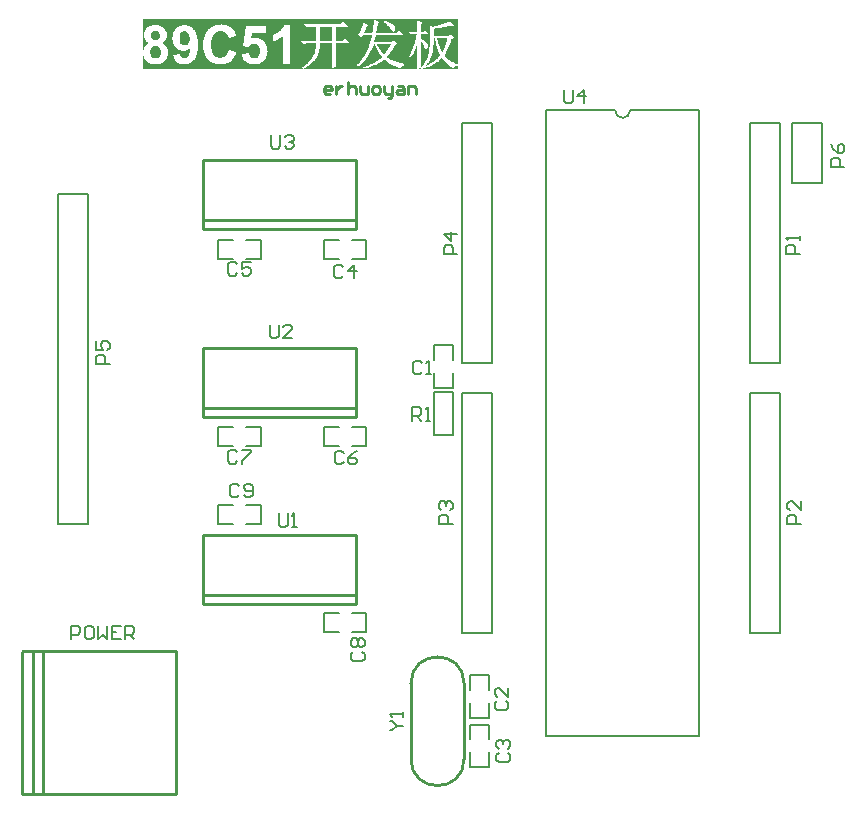
<source format=gto>
G04 Layer_Color=65535*
%FSLAX24Y24*%
%MOIN*%
G70*
G01*
G75*
%ADD12C,0.0100*%
%ADD20C,0.0079*%
%ADD21C,0.0059*%
%ADD22C,0.0060*%
G36*
X14170Y27895D02*
X14157Y27845D01*
X14142Y27797D01*
X14127Y27753D01*
X14114Y27710D01*
X14099Y27671D01*
X14085Y27634D01*
X14072Y27601D01*
X14059Y27571D01*
X14048Y27545D01*
X14037Y27523D01*
X14029Y27505D01*
X14022Y27490D01*
X14016Y27479D01*
X14012Y27471D01*
X14011Y27469D01*
X13970Y27549D01*
X13937Y27630D01*
X13905Y27710D01*
X13892Y27749D01*
X13881Y27786D01*
X13872Y27819D01*
X13863Y27851D01*
X13855Y27879D01*
X13848Y27901D01*
X13842Y27921D01*
X13840Y27934D01*
X13837Y27943D01*
Y27947D01*
X14183D01*
X14170Y27895D01*
D02*
G37*
G36*
X12254Y27669D02*
X12234Y27636D01*
X12215Y27605D01*
X12195Y27573D01*
X12178Y27545D01*
X12160Y27519D01*
X12143Y27497D01*
X12128Y27475D01*
X12115Y27457D01*
X12102Y27440D01*
X12093Y27427D01*
X12084Y27416D01*
X12078Y27408D01*
X12074Y27403D01*
X12073Y27401D01*
X12023Y27458D01*
X11978Y27518D01*
X11937Y27573D01*
X11900Y27627D01*
X11886Y27651D01*
X11871Y27673D01*
X11860Y27692D01*
X11849Y27710D01*
X11841Y27723D01*
X11836Y27732D01*
X11832Y27740D01*
X11830Y27742D01*
X12295D01*
X12254Y27669D01*
D02*
G37*
G36*
X4478Y27677D02*
X4504Y27669D01*
X4526Y27662D01*
X4545Y27651D01*
X4559Y27642D01*
X4570Y27632D01*
X4578Y27625D01*
X4580Y27623D01*
X4596Y27601D01*
X4609Y27577D01*
X4619Y27553D01*
X4626Y27529D01*
X4630Y27508D01*
X4632Y27492D01*
Y27481D01*
Y27479D01*
Y27477D01*
X4630Y27440D01*
X4624Y27408D01*
X4615Y27381D01*
X4606Y27358D01*
X4596Y27340D01*
X4587Y27329D01*
X4582Y27320D01*
X4580Y27318D01*
X4559Y27299D01*
X4539Y27286D01*
X4519Y27277D01*
X4498Y27271D01*
X4480Y27268D01*
X4467Y27264D01*
X4454D01*
X4426Y27266D01*
X4400Y27273D01*
X4378Y27283D01*
X4359Y27292D01*
X4345Y27303D01*
X4334Y27310D01*
X4326Y27318D01*
X4324Y27320D01*
X4308Y27344D01*
X4295Y27369D01*
X4285Y27395D01*
X4280Y27421D01*
X4276Y27445D01*
X4272Y27464D01*
Y27471D01*
Y27477D01*
Y27479D01*
Y27481D01*
X4274Y27506D01*
X4280Y27532D01*
X4285Y27555D01*
X4295Y27575D01*
X4302Y27592D01*
X4308Y27605D01*
X4313Y27612D01*
X4315Y27616D01*
X4334Y27636D01*
X4356Y27653D01*
X4378Y27664D01*
X4400Y27671D01*
X4419Y27675D01*
X4435Y27679D01*
X4450D01*
X4478Y27677D01*
D02*
G37*
G36*
X4472Y28182D02*
X4495Y28177D01*
X4513Y28171D01*
X4530Y28164D01*
X4543Y28154D01*
X4552Y28149D01*
X4558Y28143D01*
X4559Y28141D01*
X4574Y28125D01*
X4583Y28106D01*
X4591Y28088D01*
X4596Y28069D01*
X4600Y28054D01*
X4602Y28041D01*
Y28034D01*
Y28030D01*
X4600Y28004D01*
X4595Y27980D01*
X4589Y27962D01*
X4582Y27945D01*
X4572Y27930D01*
X4567Y27921D01*
X4561Y27916D01*
X4559Y27914D01*
X4543Y27901D01*
X4524Y27890D01*
X4506Y27882D01*
X4487Y27879D01*
X4471Y27875D01*
X4458Y27873D01*
X4446D01*
X4422Y27875D01*
X4400Y27879D01*
X4382Y27886D01*
X4365Y27893D01*
X4352Y27901D01*
X4343Y27908D01*
X4337Y27912D01*
X4335Y27914D01*
X4322Y27930D01*
X4311Y27949D01*
X4304Y27967D01*
X4300Y27986D01*
X4297Y28003D01*
X4295Y28015D01*
Y28025D01*
Y28028D01*
X4297Y28054D01*
X4300Y28077D01*
X4308Y28095D01*
X4315Y28112D01*
X4322Y28125D01*
X4330Y28134D01*
X4334Y28140D01*
X4335Y28141D01*
X4352Y28156D01*
X4371Y28165D01*
X4389Y28173D01*
X4408Y28178D01*
X4424Y28182D01*
X4437Y28184D01*
X4448D01*
X4472Y28182D01*
D02*
G37*
G36*
X14529Y27081D02*
X14479Y27094D01*
X14433Y27110D01*
X14388Y27131D01*
X14346Y27153D01*
X14305Y27177D01*
X14268Y27201D01*
X14235Y27225D01*
X14203Y27251D01*
X14173Y27275D01*
X14149Y27297D01*
X14127Y27320D01*
X14111Y27338D01*
X14096Y27353D01*
X14086Y27366D01*
X14079Y27373D01*
X14077Y27375D01*
X14101Y27408D01*
X14124Y27447D01*
X14148Y27488D01*
X14170Y27532D01*
X14210Y27621D01*
X14229Y27666D01*
X14246Y27710D01*
X14262Y27753D01*
X14277Y27792D01*
X14290Y27827D01*
X14299Y27856D01*
X14309Y27882D01*
X14314Y27901D01*
X14316Y27908D01*
X14318Y27914D01*
X14320Y27916D01*
Y27917D01*
X14392Y27967D01*
X14270Y28093D01*
X14194Y28023D01*
X13727D01*
Y28256D01*
X13779Y28265D01*
X13829Y28273D01*
X13875Y28280D01*
X13918Y28288D01*
X13957Y28293D01*
X13992Y28301D01*
X14024Y28306D01*
X14053Y28310D01*
X14079Y28315D01*
X14101Y28319D01*
X14120Y28323D01*
X14135Y28325D01*
X14148Y28326D01*
X14155Y28328D01*
X14161Y28330D01*
X14162D01*
X14207Y28339D01*
X14249Y28345D01*
X14286Y28351D01*
X14320Y28352D01*
X14347Y28354D01*
X14359Y28356D01*
X14384D01*
X14268Y28525D01*
X14207Y28491D01*
X14179Y28478D01*
X14155Y28465D01*
X14133Y28456D01*
X14116Y28449D01*
X14105Y28443D01*
X14103Y28441D01*
X14101D01*
X14083Y28434D01*
X14061Y28426D01*
X14033Y28417D01*
X14005Y28408D01*
X13974Y28399D01*
X13940Y28388D01*
X13874Y28369D01*
X13842Y28360D01*
X13813Y28352D01*
X13785Y28345D01*
X13761Y28338D01*
X13740Y28332D01*
X13724Y28328D01*
X13714Y28326D01*
X13711Y28325D01*
X13587Y28380D01*
X13589Y28280D01*
X13590Y28232D01*
Y28186D01*
X13592Y28140D01*
Y28097D01*
Y28058D01*
X13594Y28021D01*
Y27988D01*
Y27956D01*
Y27930D01*
Y27908D01*
Y27890D01*
Y27877D01*
Y27869D01*
Y27866D01*
X13592Y27777D01*
X13587Y27690D01*
X13583Y27649D01*
X13579Y27610D01*
X13574Y27573D01*
X13570Y27540D01*
X13566Y27508D01*
X13561Y27481D01*
X13557Y27457D01*
X13553Y27434D01*
X13550Y27418D01*
X13548Y27407D01*
X13546Y27397D01*
Y27395D01*
X13535Y27353D01*
X13522Y27312D01*
X13505Y27271D01*
X13489Y27233D01*
X13468Y27196D01*
X13448Y27160D01*
X13428Y27127D01*
X13405Y27096D01*
X13385Y27066D01*
X13366Y27042D01*
X13348Y27018D01*
X13331Y26999D01*
X13318Y26984D01*
X13316Y26982D01*
X13316Y26975D01*
Y26960D01*
X13307Y26957D01*
X13337Y26927D01*
X13374Y26957D01*
X13409Y26986D01*
X13440Y27014D01*
X13468Y27044D01*
X13494Y27070D01*
X13516Y27096D01*
X13537Y27121D01*
X13553Y27144D01*
X13570Y27166D01*
X13581Y27184D01*
X13592Y27201D01*
X13600Y27216D01*
X13607Y27229D01*
X13611Y27236D01*
X13614Y27242D01*
Y27244D01*
X13639Y27305D01*
X13659Y27368D01*
X13674Y27427D01*
X13681Y27455D01*
X13687Y27482D01*
X13690Y27506D01*
X13696Y27529D01*
X13698Y27549D01*
X13701Y27566D01*
X13703Y27581D01*
Y27590D01*
X13705Y27597D01*
Y27599D01*
X13713Y27669D01*
X13718Y27736D01*
X13720Y27766D01*
X13722Y27795D01*
X13724Y27821D01*
X13726Y27845D01*
Y27867D01*
Y27888D01*
X13727Y27906D01*
Y27919D01*
Y27932D01*
Y27940D01*
Y27945D01*
Y27947D01*
X13768D01*
X13777Y27888D01*
X13787Y27830D01*
X13798Y27775D01*
X13811Y27721D01*
X13824Y27671D01*
X13838Y27625D01*
X13853Y27581D01*
X13866Y27540D01*
X13881Y27505D01*
X13894Y27471D01*
X13905Y27444D01*
X13916Y27421D01*
X13924Y27401D01*
X13931Y27388D01*
X13935Y27381D01*
X13937Y27377D01*
X13900Y27334D01*
X13861Y27294D01*
X13820Y27257D01*
X13777Y27220D01*
X13735Y27186D01*
X13690Y27155D01*
X13648Y27125D01*
X13607Y27099D01*
X13568Y27075D01*
X13533Y27053D01*
X13500Y27034D01*
X13472Y27020D01*
X13448Y27009D01*
X13431Y26999D01*
X13420Y26994D01*
X13418Y26992D01*
X13416D01*
X13440Y26947D01*
X13503Y26968D01*
X13564Y26992D01*
X13620Y27018D01*
X13674Y27044D01*
X13724Y27073D01*
X13770Y27101D01*
X13813Y27129D01*
X13851Y27157D01*
X13885Y27183D01*
X13914Y27208D01*
X13940Y27231D01*
X13962Y27249D01*
X13979Y27266D01*
X13992Y27277D01*
X13999Y27286D01*
X14001Y27288D01*
X14033Y27244D01*
X14064Y27201D01*
X14096Y27164D01*
X14129Y27129D01*
X14161Y27097D01*
X14192Y27070D01*
X14222Y27044D01*
X14251Y27022D01*
X14277Y27001D01*
X14301Y26984D01*
X14323Y26972D01*
X14342Y26960D01*
X14359Y26951D01*
X14370Y26946D01*
X14377Y26942D01*
X14379Y26940D01*
X14384Y26953D01*
X14392Y26966D01*
X14412Y26984D01*
X14436Y26999D01*
X14462Y27010D01*
X14488Y27018D01*
X14509Y27022D01*
X14518D01*
X14523Y27023D01*
X14529D01*
Y26905D01*
X13168D01*
X13307Y26957D01*
X13300Y26964D01*
X13302Y26966D01*
X13309Y26973D01*
X13316Y26982D01*
X13315Y26996D01*
Y27016D01*
Y27040D01*
X13313Y27068D01*
Y27097D01*
Y27129D01*
Y27160D01*
X13311Y27231D01*
Y27305D01*
Y27381D01*
Y27458D01*
X13309Y27532D01*
Y27603D01*
Y27636D01*
Y27669D01*
Y27699D01*
Y27727D01*
Y27753D01*
Y27775D01*
Y27795D01*
Y27812D01*
Y27825D01*
Y27836D01*
Y27842D01*
Y27843D01*
X13333Y27804D01*
X13355Y27766D01*
X13374Y27730D01*
X13389Y27699D01*
X13400Y27673D01*
X13409Y27653D01*
X13413Y27645D01*
X13415Y27640D01*
X13416Y27638D01*
Y27636D01*
X13422Y27621D01*
X13426Y27610D01*
X13437Y27590D01*
X13446Y27575D01*
X13455Y27566D01*
X13463Y27558D01*
X13470Y27556D01*
X13474Y27555D01*
X13476D01*
X13483Y27556D01*
X13490Y27562D01*
X13496Y27569D01*
X13502Y27579D01*
X13507Y27588D01*
X13511Y27595D01*
X13515Y27601D01*
Y27603D01*
X13522Y27621D01*
X13526Y27638D01*
X13529Y27653D01*
X13533Y27666D01*
Y27675D01*
X13535Y27682D01*
Y27688D01*
Y27690D01*
X13533Y27706D01*
X13529Y27723D01*
X13524Y27740D01*
X13516Y27753D01*
X13509Y27764D01*
X13503Y27773D01*
X13500Y27779D01*
X13498Y27780D01*
X13490Y27790D01*
X13479Y27799D01*
X13466Y27810D01*
X13453Y27821D01*
X13422Y27842D01*
X13391Y27864D01*
X13359Y27882D01*
X13346Y27891D01*
X13333Y27897D01*
X13324Y27904D01*
X13316Y27908D01*
X13311Y27912D01*
X13309D01*
Y28064D01*
X13583D01*
X13448Y28215D01*
X13365Y28140D01*
X13309D01*
Y28395D01*
X13365Y28454D01*
X13168Y28552D01*
X13170Y28482D01*
X13172Y28410D01*
X13174Y28341D01*
Y28308D01*
X13176Y28276D01*
Y28247D01*
Y28221D01*
Y28199D01*
Y28178D01*
Y28162D01*
Y28151D01*
Y28141D01*
Y28140D01*
X12894D01*
X12963Y28049D01*
X13026Y28064D01*
X13163D01*
X13146Y27990D01*
X13128Y27916D01*
X13107Y27845D01*
X13087Y27779D01*
X13065Y27714D01*
X13043Y27653D01*
X13020Y27595D01*
X12998Y27542D01*
X12978Y27494D01*
X12957Y27451D01*
X12941Y27412D01*
X12926Y27381D01*
X12913Y27355D01*
X12902Y27336D01*
X12900Y27331D01*
X12896Y27325D01*
X12894Y27323D01*
Y27321D01*
X12937Y27295D01*
X12968Y27334D01*
X12998Y27375D01*
X13026Y27416D01*
X13050Y27457D01*
X13070Y27497D01*
X13091Y27536D01*
X13107Y27573D01*
X13124Y27610D01*
X13137Y27642D01*
X13148Y27673D01*
X13155Y27699D01*
X13163Y27723D01*
X13168Y27742D01*
X13172Y27756D01*
X13176Y27764D01*
Y27669D01*
Y27577D01*
Y27488D01*
X13174Y27407D01*
Y27329D01*
Y27258D01*
X13172Y27194D01*
Y27134D01*
Y27083D01*
X13170Y27036D01*
Y26997D01*
Y26964D01*
X13168Y26938D01*
Y26920D01*
Y26914D01*
Y26909D01*
Y26907D01*
Y26905D01*
X4030D01*
Y27455D01*
X4032Y27419D01*
X4036Y27388D01*
X4043Y27357D01*
X4052Y27329D01*
X4061Y27301D01*
X4073Y27277D01*
X4086Y27255D01*
X4098Y27234D01*
X4111Y27218D01*
X4124Y27201D01*
X4136Y27188D01*
X4145Y27177D01*
X4154Y27168D01*
X4161Y27162D01*
X4165Y27158D01*
X4167Y27157D01*
X4189Y27140D01*
X4213Y27127D01*
X4237Y27114D01*
X4261Y27105D01*
X4309Y27088D01*
X4356Y27077D01*
X4378Y27073D01*
X4396Y27071D01*
X4413Y27070D01*
X4428Y27068D01*
X4441Y27066D01*
X4458D01*
X4493Y27068D01*
X4524Y27071D01*
X4556Y27077D01*
X4585Y27083D01*
X4611Y27092D01*
X4635Y27101D01*
X4659Y27110D01*
X4680Y27121D01*
X4698Y27133D01*
X4713Y27142D01*
X4728Y27151D01*
X4739Y27160D01*
X4748Y27166D01*
X4754Y27171D01*
X4757Y27175D01*
X4759Y27177D01*
X4780Y27199D01*
X4796Y27221D01*
X4813Y27245D01*
X4826Y27270D01*
X4837Y27294D01*
X4846Y27318D01*
X4859Y27364D01*
X4865Y27384D01*
X4868Y27403D01*
X4870Y27421D01*
X4872Y27436D01*
X4874Y27449D01*
Y27458D01*
Y27464D01*
Y27466D01*
X4872Y27505D01*
X4865Y27540D01*
X4857Y27573D01*
X4846Y27601D01*
X4837Y27623D01*
X4828Y27640D01*
X4820Y27651D01*
X4819Y27655D01*
X4796Y27684D01*
X4770Y27710D01*
X4743Y27732D01*
X4717Y27749D01*
X4693Y27764D01*
X4674Y27775D01*
X4667Y27779D01*
X4661Y27780D01*
X4657Y27782D01*
X4656D01*
X4685Y27797D01*
X4711Y27814D01*
X4733Y27830D01*
X4752Y27849D01*
X4767Y27864D01*
X4776Y27877D01*
X4783Y27884D01*
X4785Y27888D01*
X4802Y27916D01*
X4813Y27943D01*
X4822Y27969D01*
X4828Y27993D01*
X4831Y28015D01*
X4833Y28032D01*
Y28043D01*
Y28045D01*
Y28047D01*
X4831Y28073D01*
X4830Y28099D01*
X4817Y28145D01*
X4802Y28184D01*
X4783Y28219D01*
X4763Y28247D01*
X4756Y28258D01*
X4748Y28267D01*
X4741Y28275D01*
X4735Y28280D01*
X4733Y28282D01*
X4732Y28284D01*
X4711Y28301D01*
X4691Y28315D01*
X4667Y28328D01*
X4645Y28339D01*
X4596Y28356D01*
X4550Y28367D01*
X4530Y28371D01*
X4509Y28373D01*
X4493Y28375D01*
X4476Y28376D01*
X4465Y28378D01*
X4446D01*
X4413Y28376D01*
X4382Y28375D01*
X4352Y28369D01*
X4324Y28363D01*
X4298Y28356D01*
X4274Y28349D01*
X4254Y28339D01*
X4235Y28332D01*
X4217Y28323D01*
X4202Y28314D01*
X4191Y28306D01*
X4180Y28299D01*
X4173Y28293D01*
X4167Y28288D01*
X4163Y28286D01*
X4161Y28284D01*
X4145Y28265D01*
X4128Y28247D01*
X4115Y28227D01*
X4104Y28208D01*
X4086Y28167D01*
X4074Y28130D01*
X4067Y28097D01*
X4065Y28082D01*
X4063Y28071D01*
X4061Y28060D01*
Y28053D01*
Y28049D01*
Y28047D01*
X4063Y28015D01*
X4069Y27988D01*
X4074Y27960D01*
X4084Y27938D01*
X4091Y27917D01*
X4097Y27904D01*
X4102Y27895D01*
X4104Y27891D01*
X4123Y27867D01*
X4145Y27845D01*
X4167Y27827D01*
X4191Y27810D01*
X4211Y27799D01*
X4228Y27790D01*
X4239Y27784D01*
X4241Y27782D01*
X4243D01*
X4204Y27762D01*
X4171Y27742D01*
X4143Y27719D01*
X4121Y27697D01*
X4102Y27677D01*
X4089Y27662D01*
X4082Y27651D01*
X4080Y27649D01*
Y27647D01*
X4063Y27614D01*
X4050Y27581D01*
X4043Y27547D01*
X4036Y27518D01*
X4032Y27494D01*
X4030Y27473D01*
Y28567D01*
X11734D01*
X11730Y28523D01*
X11726Y28480D01*
X11721Y28438D01*
X11717Y28402D01*
X11714Y28371D01*
X11712Y28358D01*
Y28347D01*
X11710Y28338D01*
X11708Y28330D01*
Y28326D01*
Y28325D01*
X11702Y28280D01*
X11695Y28239D01*
X11689Y28204D01*
X11684Y28173D01*
X11680Y28147D01*
X11676Y28128D01*
X11675Y28121D01*
X11673Y28115D01*
Y28114D01*
Y28112D01*
X11391D01*
X11399Y28123D01*
X11406Y28136D01*
X11414Y28151D01*
X11421Y28167D01*
X11438Y28202D01*
X11454Y28239D01*
X11469Y28275D01*
X11475Y28289D01*
X11480Y28302D01*
X11486Y28314D01*
X11488Y28323D01*
X11491Y28328D01*
Y28330D01*
X11549Y28384D01*
X11380Y28476D01*
X11375Y28450D01*
X11367Y28425D01*
X11351Y28367D01*
X11332Y28310D01*
X11312Y28254D01*
X11303Y28230D01*
X11293Y28206D01*
X11284Y28186D01*
X11277Y28167D01*
X11271Y28152D01*
X11266Y28141D01*
X11264Y28134D01*
X11262Y28132D01*
X11204Y28090D01*
X11312Y27973D01*
X11375Y28036D01*
X11664D01*
X11652Y27984D01*
X11639Y27936D01*
X11628Y27890D01*
X11615Y27847D01*
X11604Y27806D01*
X11593Y27767D01*
X11582Y27732D01*
X11571Y27701D01*
X11562Y27673D01*
X11552Y27649D01*
X11545Y27627D01*
X11538Y27610D01*
X11532Y27595D01*
X11528Y27584D01*
X11527Y27579D01*
X11525Y27577D01*
X11495Y27512D01*
X11464Y27451D01*
X11432Y27395D01*
X11417Y27371D01*
X11404Y27349D01*
X11391Y27327D01*
X11378Y27310D01*
X11369Y27294D01*
X11360Y27281D01*
X11353Y27270D01*
X11347Y27262D01*
X11343Y27257D01*
X11341Y27255D01*
X11303Y27203D01*
X11262Y27157D01*
X11225Y27114D01*
X11192Y27079D01*
X11177Y27062D01*
X11164Y27049D01*
X11151Y27036D01*
X11142Y27027D01*
X11132Y27020D01*
X11127Y27014D01*
X11123Y27010D01*
X11121Y27009D01*
X11149Y26968D01*
X11192Y26996D01*
X11232Y27025D01*
X11271Y27055D01*
X11306Y27084D01*
X11340Y27114D01*
X11371Y27144D01*
X11399Y27171D01*
X11425Y27199D01*
X11447Y27223D01*
X11465Y27247D01*
X11482Y27268D01*
X11497Y27284D01*
X11506Y27299D01*
X11515Y27310D01*
X11519Y27318D01*
X11521Y27320D01*
X11569Y27397D01*
X11612Y27471D01*
X11647Y27543D01*
X11664Y27577D01*
X11676Y27608D01*
X11689Y27636D01*
X11701Y27662D01*
X11710Y27686D01*
X11717Y27705D01*
X11723Y27721D01*
X11726Y27732D01*
X11730Y27740D01*
Y27742D01*
X11765D01*
X11801Y27656D01*
X11838Y27579D01*
X11858Y27542D01*
X11876Y27506D01*
X11895Y27473D01*
X11913Y27444D01*
X11932Y27416D01*
X11947Y27392D01*
X11962Y27371D01*
X11974Y27353D01*
X11984Y27338D01*
X11993Y27329D01*
X11997Y27321D01*
X11999Y27320D01*
X11960Y27283D01*
X11917Y27245D01*
X11871Y27210D01*
X11821Y27179D01*
X11769Y27147D01*
X11717Y27118D01*
X11665Y27092D01*
X11615Y27066D01*
X11567Y27044D01*
X11523Y27025D01*
X11480Y27009D01*
X11445Y26994D01*
X11415Y26983D01*
X11404Y26979D01*
X11393Y26975D01*
X11386Y26972D01*
X11380Y26970D01*
X11377Y26968D01*
X11375D01*
X11388Y26918D01*
X11467Y26936D01*
X11541Y26957D01*
X11612Y26981D01*
X11678Y27005D01*
X11739Y27031D01*
X11797Y27057D01*
X11849Y27084D01*
X11895Y27109D01*
X11937Y27134D01*
X11974Y27157D01*
X12006Y27177D01*
X12032Y27196D01*
X12052Y27212D01*
X12067Y27223D01*
X12074Y27231D01*
X12078Y27233D01*
X12115Y27199D01*
X12154Y27168D01*
X12195Y27138D01*
X12237Y27109D01*
X12282Y27083D01*
X12324Y27059D01*
X12369Y27034D01*
X12409Y27014D01*
X12448Y26996D01*
X12485Y26979D01*
X12519Y26966D01*
X12548Y26955D01*
X12571Y26946D01*
X12589Y26938D01*
X12600Y26935D01*
X12602Y26933D01*
X12604D01*
X12619Y26959D01*
X12639Y26981D01*
X12661Y26999D01*
X12685Y27012D01*
X12707Y27022D01*
X12726Y27029D01*
X12733Y27031D01*
X12739D01*
X12741Y27033D01*
X12743D01*
Y27081D01*
X12674Y27096D01*
X12609Y27110D01*
X12550Y27129D01*
X12493Y27147D01*
X12441Y27168D01*
X12391Y27186D01*
X12347Y27207D01*
X12308Y27227D01*
X12272Y27245D01*
X12241Y27264D01*
X12213Y27279D01*
X12191Y27294D01*
X12174Y27305D01*
X12161Y27314D01*
X12154Y27320D01*
X12152Y27321D01*
X12210Y27386D01*
X12261Y27453D01*
X12308Y27518D01*
X12330Y27549D01*
X12350Y27579D01*
X12367Y27606D01*
X12384Y27632D01*
X12397Y27655D01*
X12408Y27675D01*
X12417Y27690D01*
X12424Y27703D01*
X12428Y27710D01*
X12430Y27712D01*
X12495Y27771D01*
X12356Y27893D01*
X12302Y27817D01*
X11741D01*
X11763Y27895D01*
X11773Y27932D01*
X11780Y27966D01*
X11786Y27993D01*
X11788Y28006D01*
X11789Y28015D01*
X11791Y28025D01*
X11793Y28030D01*
Y28034D01*
Y28036D01*
X12715D01*
X12567Y28210D01*
X12461Y28112D01*
X11802D01*
X11806Y28125D01*
X11810Y28141D01*
X11813Y28162D01*
X11819Y28186D01*
X11823Y28210D01*
X11828Y28238D01*
X11839Y28291D01*
X11843Y28317D01*
X11849Y28343D01*
X11852Y28367D01*
X11856Y28388D01*
X11860Y28404D01*
X11862Y28417D01*
X11863Y28425D01*
Y28428D01*
X11913Y28491D01*
X11734Y28567D01*
X14529D01*
Y27081D01*
D02*
G37*
%LPC*%
G36*
X12093Y28532D02*
X12067Y28489D01*
X12099Y28460D01*
X12128Y28432D01*
X12154Y28406D01*
X12178Y28382D01*
X12200Y28360D01*
X12219Y28338D01*
X12235Y28319D01*
X12250Y28301D01*
X12263Y28286D01*
X12274Y28271D01*
X12284Y28260D01*
X12291Y28251D01*
X12295Y28241D01*
X12298Y28236D01*
X12302Y28234D01*
Y28232D01*
X12317Y28208D01*
X12330Y28189D01*
X12343Y28177D01*
X12354Y28167D01*
X12361Y28162D01*
X12369Y28160D01*
X12372Y28158D01*
X12374D01*
X12384Y28160D01*
X12393Y28165D01*
X12400Y28173D01*
X12408Y28182D01*
X12413Y28191D01*
X12417Y28199D01*
X12421Y28204D01*
Y28206D01*
X12428Y28225D01*
X12432Y28239D01*
X12435Y28252D01*
X12439Y28262D01*
Y28269D01*
X12441Y28276D01*
Y28278D01*
Y28280D01*
X12437Y28301D01*
X12430Y28321D01*
X12421Y28339D01*
X12408Y28356D01*
X12395Y28369D01*
X12385Y28380D01*
X12378Y28388D01*
X12374Y28389D01*
X12361Y28401D01*
X12343Y28412D01*
X12324Y28423D01*
X12304Y28436D01*
X12258Y28460D01*
X12210Y28482D01*
X12165Y28502D01*
X12145Y28510D01*
X12128Y28517D01*
X12113Y28523D01*
X12102Y28528D01*
X12095Y28530D01*
X12093Y28532D01*
D02*
G37*
G36*
X8126Y28354D02*
X7477D01*
X7351Y27686D01*
X7549Y27658D01*
X7565Y27675D01*
X7582Y27690D01*
X7599Y27703D01*
X7615Y27714D01*
X7647Y27730D01*
X7676Y27742D01*
X7702Y27747D01*
X7721Y27751D01*
X7728Y27753D01*
X7739D01*
X7769Y27751D01*
X7797Y27743D01*
X7821Y27734D01*
X7841Y27723D01*
X7856Y27710D01*
X7869Y27701D01*
X7876Y27693D01*
X7878Y27692D01*
X7897Y27668D01*
X7910Y27640D01*
X7919Y27610D01*
X7925Y27581D01*
X7930Y27555D01*
X7932Y27534D01*
Y27525D01*
Y27519D01*
Y27516D01*
Y27514D01*
X7930Y27469D01*
X7925Y27431D01*
X7915Y27399D01*
X7906Y27373D01*
X7895Y27351D01*
X7887Y27336D01*
X7880Y27329D01*
X7878Y27325D01*
X7858Y27305D01*
X7836Y27288D01*
X7813Y27277D01*
X7793Y27270D01*
X7775Y27266D01*
X7760Y27264D01*
X7751Y27262D01*
X7747D01*
X7723Y27264D01*
X7699Y27270D01*
X7678Y27277D01*
X7662Y27286D01*
X7647Y27295D01*
X7636Y27303D01*
X7628Y27308D01*
X7626Y27310D01*
X7610Y27331D01*
X7595Y27351D01*
X7584Y27373D01*
X7577Y27394D01*
X7571Y27412D01*
X7567Y27429D01*
X7565Y27438D01*
Y27442D01*
X7321Y27416D01*
X7327Y27386D01*
X7332Y27358D01*
X7351Y27308D01*
X7371Y27264D01*
X7382Y27245D01*
X7395Y27227D01*
X7406Y27212D01*
X7415Y27199D01*
X7427Y27188D01*
X7434Y27177D01*
X7441Y27170D01*
X7447Y27164D01*
X7451Y27162D01*
X7452Y27160D01*
X7475Y27144D01*
X7497Y27129D01*
X7521Y27116D01*
X7545Y27107D01*
X7595Y27088D01*
X7639Y27077D01*
X7662Y27073D01*
X7680Y27071D01*
X7699Y27070D01*
X7713Y27068D01*
X7726Y27066D01*
X7743D01*
X7784Y27068D01*
X7823Y27073D01*
X7858Y27081D01*
X7891Y27092D01*
X7923Y27105D01*
X7950Y27120D01*
X7976Y27134D01*
X8000Y27151D01*
X8021Y27166D01*
X8039Y27181D01*
X8056Y27196D01*
X8069Y27208D01*
X8078Y27220D01*
X8086Y27227D01*
X8089Y27233D01*
X8091Y27234D01*
X8108Y27258D01*
X8123Y27283D01*
X8134Y27307D01*
X8145Y27332D01*
X8161Y27381D01*
X8173Y27425D01*
X8176Y27444D01*
X8178Y27462D01*
X8182Y27479D01*
Y27494D01*
X8184Y27505D01*
Y27512D01*
Y27518D01*
Y27519D01*
X8182Y27555D01*
X8178Y27588D01*
X8173Y27619D01*
X8165Y27649D01*
X8158Y27675D01*
X8147Y27701D01*
X8137Y27725D01*
X8126Y27745D01*
X8115Y27764D01*
X8106Y27780D01*
X8095Y27795D01*
X8087Y27806D01*
X8080Y27816D01*
X8074Y27823D01*
X8071Y27827D01*
X8069Y27829D01*
X8047Y27849D01*
X8024Y27867D01*
X8000Y27884D01*
X7976Y27899D01*
X7954Y27910D01*
X7930Y27919D01*
X7887Y27934D01*
X7867Y27940D01*
X7849Y27943D01*
X7832Y27945D01*
X7819Y27947D01*
X7808Y27949D01*
X7791D01*
X7760Y27947D01*
X7728Y27941D01*
X7701Y27936D01*
X7675Y27929D01*
X7654Y27919D01*
X7638Y27914D01*
X7626Y27908D01*
X7625Y27906D01*
X7623D01*
X7662Y28125D01*
X8126D01*
Y28354D01*
D02*
G37*
G36*
X10697Y28504D02*
X10586Y28399D01*
X9403D01*
X9477Y28301D01*
X9509Y28308D01*
X9540Y28314D01*
X9568Y28317D01*
X9594Y28321D01*
X9616D01*
X9633Y28323D01*
X9801D01*
Y27843D01*
X9307D01*
X9381Y27745D01*
X9413Y27753D01*
X9444Y27758D01*
X9472Y27762D01*
X9498Y27766D01*
X9520D01*
X9537Y27767D01*
X9801D01*
X9800Y27716D01*
X9794Y27666D01*
X9787Y27618D01*
X9779Y27575D01*
X9770Y27532D01*
X9759Y27494D01*
X9750Y27458D01*
X9738Y27427D01*
X9727Y27397D01*
X9716Y27371D01*
X9707Y27351D01*
X9698Y27332D01*
X9690Y27318D01*
X9685Y27308D01*
X9681Y27301D01*
X9679Y27299D01*
X9657Y27266D01*
X9633Y27233D01*
X9577Y27171D01*
X9520Y27114D01*
X9492Y27090D01*
X9465Y27066D01*
X9439Y27044D01*
X9415Y27025D01*
X9392Y27009D01*
X9374Y26994D01*
X9357Y26983D01*
X9346Y26975D01*
X9337Y26970D01*
X9335Y26968D01*
X9370Y26925D01*
X9426Y26957D01*
X9477Y26988D01*
X9526Y27020D01*
X9570Y27051D01*
X9609Y27081D01*
X9646Y27110D01*
X9677Y27140D01*
X9705Y27168D01*
X9729Y27192D01*
X9751Y27216D01*
X9768Y27236D01*
X9783Y27253D01*
X9794Y27268D01*
X9801Y27277D01*
X9805Y27284D01*
X9807Y27286D01*
X9829Y27325D01*
X9850Y27364D01*
X9866Y27405D01*
X9881Y27445D01*
X9894Y27486D01*
X9905Y27525D01*
X9914Y27564D01*
X9922Y27601D01*
X9927Y27636D01*
X9931Y27668D01*
X9935Y27695D01*
X9937Y27719D01*
X9938Y27740D01*
X9940Y27755D01*
Y27764D01*
Y27767D01*
X10329D01*
Y27307D01*
Y27249D01*
X10327Y27188D01*
Y27127D01*
X10325Y27070D01*
Y27042D01*
X10323Y27018D01*
Y26996D01*
Y26977D01*
X10322Y26962D01*
Y26949D01*
Y26942D01*
Y26940D01*
X10475Y26986D01*
X10473Y27034D01*
X10471Y27083D01*
Y27127D01*
X10470Y27168D01*
Y27184D01*
Y27201D01*
Y27216D01*
Y27229D01*
Y27238D01*
Y27245D01*
Y27249D01*
Y27251D01*
Y27767D01*
X10949D01*
X10779Y27954D01*
X10662Y27843D01*
X10470D01*
Y28323D01*
X10860D01*
X10697Y28504D01*
D02*
G37*
G36*
X8941Y28378D02*
X8741D01*
X8722Y28336D01*
X8698Y28297D01*
X8672Y28260D01*
X8646Y28230D01*
X8624Y28206D01*
X8604Y28188D01*
X8596Y28180D01*
X8591Y28175D01*
X8587Y28173D01*
X8585Y28171D01*
X8545Y28141D01*
X8506Y28115D01*
X8471Y28095D01*
X8439Y28080D01*
X8413Y28069D01*
X8395Y28060D01*
X8387Y28058D01*
X8382Y28056D01*
X8380Y28054D01*
X8378D01*
Y27832D01*
X8445Y27858D01*
X8504Y27886D01*
X8532Y27901D01*
X8558Y27917D01*
X8582Y27932D01*
X8604Y27947D01*
X8624Y27962D01*
X8643Y27975D01*
X8658Y27986D01*
X8670Y27997D01*
X8682Y28006D01*
X8689Y28012D01*
X8693Y28015D01*
X8695Y28017D01*
Y27090D01*
X8941D01*
Y28378D01*
D02*
G37*
G36*
X6655Y28395D02*
X6633D01*
X6584Y28393D01*
X6536Y28388D01*
X6494Y28378D01*
X6451Y28367D01*
X6414Y28354D01*
X6377Y28339D01*
X6346Y28323D01*
X6316Y28306D01*
X6288Y28289D01*
X6266Y28273D01*
X6246Y28258D01*
X6229Y28245D01*
X6216Y28234D01*
X6207Y28225D01*
X6201Y28219D01*
X6199Y28217D01*
X6170Y28182D01*
X6146Y28145D01*
X6123Y28106D01*
X6105Y28065D01*
X6088Y28023D01*
X6075Y27982D01*
X6064Y27941D01*
X6055Y27903D01*
X6048Y27864D01*
X6044Y27830D01*
X6040Y27799D01*
X6036Y27773D01*
Y27751D01*
X6035Y27734D01*
Y27723D01*
Y27721D01*
Y27719D01*
X6036Y27664D01*
X6042Y27612D01*
X6049Y27562D01*
X6061Y27518D01*
X6072Y27475D01*
X6086Y27434D01*
X6101Y27399D01*
X6116Y27368D01*
X6131Y27338D01*
X6146Y27312D01*
X6161Y27292D01*
X6172Y27273D01*
X6183Y27260D01*
X6190Y27249D01*
X6196Y27244D01*
X6198Y27242D01*
X6229Y27210D01*
X6262Y27184D01*
X6297Y27160D01*
X6333Y27142D01*
X6368Y27125D01*
X6403Y27110D01*
X6436Y27099D01*
X6468Y27090D01*
X6499Y27083D01*
X6527Y27077D01*
X6553Y27073D01*
X6573Y27071D01*
X6592Y27070D01*
X6605Y27068D01*
X6616D01*
X6655Y27070D01*
X6690Y27071D01*
X6725Y27077D01*
X6757Y27084D01*
X6786Y27092D01*
X6814Y27099D01*
X6840Y27109D01*
X6864Y27120D01*
X6884Y27129D01*
X6903Y27138D01*
X6919Y27146D01*
X6932Y27153D01*
X6943Y27160D01*
X6951Y27166D01*
X6955Y27168D01*
X6956Y27170D01*
X6980Y27190D01*
X7003Y27212D01*
X7043Y27262D01*
X7077Y27314D01*
X7103Y27364D01*
X7114Y27388D01*
X7123Y27410D01*
X7130Y27431D01*
X7138Y27447D01*
X7143Y27462D01*
X7147Y27473D01*
X7149Y27481D01*
Y27482D01*
X6897Y27560D01*
X6882Y27510D01*
X6866Y27468D01*
X6849Y27432D01*
X6831Y27403D01*
X6816Y27381D01*
X6803Y27366D01*
X6794Y27357D01*
X6790Y27353D01*
X6760Y27331D01*
X6731Y27316D01*
X6701Y27305D01*
X6675Y27295D01*
X6651Y27292D01*
X6631Y27290D01*
X6623Y27288D01*
X6614D01*
X6588Y27290D01*
X6564Y27292D01*
X6520Y27305D01*
X6481Y27320D01*
X6449Y27340D01*
X6423Y27358D01*
X6405Y27373D01*
X6397Y27381D01*
X6392Y27386D01*
X6390Y27388D01*
X6388Y27390D01*
X6373Y27410D01*
X6360Y27434D01*
X6347Y27460D01*
X6338Y27488D01*
X6323Y27545D01*
X6312Y27603D01*
X6309Y27630D01*
X6307Y27655D01*
X6303Y27679D01*
Y27699D01*
X6301Y27714D01*
Y27727D01*
Y27736D01*
Y27738D01*
X6303Y27780D01*
X6305Y27819D01*
X6309Y27854D01*
X6314Y27888D01*
X6322Y27917D01*
X6329Y27945D01*
X6336Y27969D01*
X6346Y27991D01*
X6353Y28010D01*
X6360Y28027D01*
X6368Y28040D01*
X6375Y28051D01*
X6381Y28060D01*
X6384Y28065D01*
X6388Y28069D01*
Y28071D01*
X6405Y28090D01*
X6423Y28106D01*
X6442Y28119D01*
X6462Y28130D01*
X6501Y28149D01*
X6538Y28162D01*
X6570Y28169D01*
X6584Y28171D01*
X6595Y28173D01*
X6607Y28175D01*
X6620D01*
X6657Y28173D01*
X6690Y28165D01*
X6719Y28156D01*
X6745Y28145D01*
X6766Y28134D01*
X6781Y28125D01*
X6790Y28117D01*
X6794Y28115D01*
X6818Y28093D01*
X6840Y28067D01*
X6856Y28041D01*
X6869Y28015D01*
X6879Y27993D01*
X6884Y27977D01*
X6888Y27969D01*
Y27964D01*
X6890Y27962D01*
Y27960D01*
X7145Y28021D01*
X7127Y28075D01*
X7106Y28121D01*
X7084Y28162D01*
X7064Y28195D01*
X7043Y28221D01*
X7036Y28232D01*
X7029Y28241D01*
X7023Y28247D01*
X7018Y28252D01*
X7016Y28256D01*
X7014D01*
X6986Y28280D01*
X6955Y28302D01*
X6925Y28321D01*
X6894Y28336D01*
X6860Y28351D01*
X6829Y28362D01*
X6797Y28371D01*
X6768Y28378D01*
X6740Y28384D01*
X6714Y28388D01*
X6692Y28391D01*
X6671Y28393D01*
X6655Y28395D01*
D02*
G37*
G36*
X5429Y28378D02*
X5420D01*
X5387Y28376D01*
X5357Y28373D01*
X5328Y28367D01*
X5300Y28360D01*
X5274Y28351D01*
X5250Y28339D01*
X5226Y28330D01*
X5207Y28319D01*
X5189Y28306D01*
X5172Y28297D01*
X5159Y28286D01*
X5146Y28276D01*
X5137Y28269D01*
X5131Y28264D01*
X5128Y28260D01*
X5126Y28258D01*
X5105Y28234D01*
X5089Y28210D01*
X5072Y28184D01*
X5059Y28158D01*
X5048Y28132D01*
X5039Y28104D01*
X5026Y28054D01*
X5020Y28032D01*
X5017Y28010D01*
X5015Y27991D01*
X5013Y27975D01*
X5011Y27960D01*
Y27951D01*
Y27943D01*
Y27941D01*
X5013Y27908D01*
X5017Y27875D01*
X5020Y27843D01*
X5028Y27816D01*
X5037Y27788D01*
X5046Y27764D01*
X5055Y27740D01*
X5067Y27719D01*
X5076Y27701D01*
X5085Y27684D01*
X5094Y27671D01*
X5104Y27658D01*
X5111Y27651D01*
X5115Y27643D01*
X5118Y27640D01*
X5120Y27638D01*
X5141Y27618D01*
X5163Y27599D01*
X5185Y27584D01*
X5207Y27571D01*
X5229Y27560D01*
X5250Y27549D01*
X5291Y27536D01*
X5326Y27527D01*
X5341Y27525D01*
X5353Y27523D01*
X5365Y27521D01*
X5379D01*
X5405Y27523D01*
X5429Y27527D01*
X5452Y27531D01*
X5474Y27538D01*
X5515Y27555D01*
X5548Y27575D01*
X5574Y27595D01*
X5585Y27605D01*
X5594Y27612D01*
X5602Y27619D01*
X5607Y27625D01*
X5609Y27627D01*
X5611Y27629D01*
X5607Y27590D01*
X5603Y27553D01*
X5600Y27519D01*
X5594Y27490D01*
X5589Y27464D01*
X5583Y27440D01*
X5577Y27419D01*
X5572Y27401D01*
X5564Y27384D01*
X5561Y27371D01*
X5555Y27360D01*
X5552Y27353D01*
X5548Y27345D01*
X5544Y27342D01*
X5542Y27338D01*
X5522Y27316D01*
X5500Y27299D01*
X5479Y27286D01*
X5459Y27279D01*
X5440Y27273D01*
X5428Y27271D01*
X5418Y27270D01*
X5415D01*
X5394Y27271D01*
X5374Y27275D01*
X5359Y27281D01*
X5344Y27286D01*
X5333Y27292D01*
X5326Y27297D01*
X5320Y27301D01*
X5318Y27303D01*
X5305Y27318D01*
X5296Y27334D01*
X5289Y27353D01*
X5283Y27371D01*
X5278Y27386D01*
X5276Y27399D01*
X5274Y27408D01*
Y27412D01*
X5037Y27384D01*
X5042Y27355D01*
X5050Y27329D01*
X5057Y27303D01*
X5067Y27281D01*
X5076Y27258D01*
X5085Y27238D01*
X5096Y27221D01*
X5105Y27205D01*
X5117Y27192D01*
X5124Y27179D01*
X5133Y27170D01*
X5141Y27160D01*
X5146Y27155D01*
X5152Y27149D01*
X5154Y27147D01*
X5155Y27146D01*
X5174Y27131D01*
X5192Y27120D01*
X5233Y27099D01*
X5272Y27086D01*
X5311Y27075D01*
X5346Y27070D01*
X5361Y27068D01*
X5374D01*
X5383Y27066D01*
X5398D01*
X5437Y27068D01*
X5472Y27073D01*
X5505Y27081D01*
X5539Y27090D01*
X5568Y27103D01*
X5596Y27116D01*
X5622Y27129D01*
X5644Y27144D01*
X5664Y27158D01*
X5683Y27171D01*
X5698Y27186D01*
X5711Y27197D01*
X5722Y27207D01*
X5729Y27214D01*
X5733Y27220D01*
X5735Y27221D01*
X5759Y27253D01*
X5777Y27288D01*
X5796Y27327D01*
X5811Y27366D01*
X5824Y27408D01*
X5835Y27451D01*
X5842Y27492D01*
X5850Y27534D01*
X5855Y27573D01*
X5859Y27608D01*
X5862Y27642D01*
X5864Y27671D01*
X5866Y27695D01*
Y27714D01*
Y27719D01*
Y27725D01*
Y27727D01*
Y27729D01*
X5864Y27792D01*
X5861Y27849D01*
X5855Y27903D01*
X5846Y27953D01*
X5837Y27997D01*
X5827Y28038D01*
X5814Y28075D01*
X5803Y28108D01*
X5792Y28136D01*
X5781Y28160D01*
X5770Y28180D01*
X5761Y28197D01*
X5751Y28210D01*
X5746Y28219D01*
X5742Y28225D01*
X5740Y28227D01*
X5716Y28252D01*
X5690Y28276D01*
X5664Y28297D01*
X5639Y28314D01*
X5611Y28328D01*
X5585Y28341D01*
X5559Y28351D01*
X5533Y28360D01*
X5511Y28365D01*
X5489Y28371D01*
X5470Y28375D01*
X5453Y28376D01*
X5439D01*
X5429Y28378D01*
D02*
G37*
%LPD*%
G36*
X10329Y27843D02*
X9940D01*
Y28323D01*
X10329D01*
Y27843D01*
D02*
G37*
G36*
X5435Y28171D02*
X5459Y28164D01*
X5481Y28154D01*
X5500Y28141D01*
X5515Y28128D01*
X5526Y28119D01*
X5533Y28112D01*
X5535Y28108D01*
X5553Y28080D01*
X5566Y28051D01*
X5577Y28019D01*
X5583Y27990D01*
X5587Y27962D01*
X5590Y27941D01*
Y27932D01*
Y27927D01*
Y27923D01*
Y27921D01*
X5589Y27882D01*
X5583Y27849D01*
X5574Y27821D01*
X5566Y27797D01*
X5557Y27780D01*
X5548Y27767D01*
X5542Y27758D01*
X5540Y27756D01*
X5522Y27738D01*
X5502Y27725D01*
X5481Y27714D01*
X5463Y27708D01*
X5446Y27705D01*
X5433Y27703D01*
X5426Y27701D01*
X5422D01*
X5396Y27703D01*
X5372Y27710D01*
X5352Y27719D01*
X5333Y27730D01*
X5318Y27740D01*
X5309Y27749D01*
X5302Y27756D01*
X5300Y27758D01*
X5283Y27782D01*
X5272Y27812D01*
X5263Y27842D01*
X5257Y27873D01*
X5254Y27899D01*
X5252Y27921D01*
Y27930D01*
Y27936D01*
Y27940D01*
Y27941D01*
X5254Y27984D01*
X5259Y28021D01*
X5266Y28053D01*
X5274Y28077D01*
X5281Y28095D01*
X5289Y28108D01*
X5294Y28117D01*
X5296Y28119D01*
X5315Y28138D01*
X5333Y28151D01*
X5352Y28162D01*
X5370Y28167D01*
X5385Y28171D01*
X5398Y28175D01*
X5409D01*
X5435Y28171D01*
D02*
G37*
D12*
X12964Y3910D02*
G03*
X14736Y3910I886J0D01*
G01*
Y6430D02*
G03*
X12964Y6430I-886J0D01*
G01*
X350Y2752D02*
Y7498D01*
X700Y2752D02*
Y7498D01*
X28D02*
X5122D01*
X4Y7474D02*
X28Y7498D01*
X4Y2760D02*
Y7474D01*
Y2742D02*
X5122D01*
X5120Y7490D02*
X5122Y2750D01*
X14736Y3910D02*
Y6430D01*
X12964Y3910D02*
Y6430D01*
X6040Y9080D02*
Y9380D01*
Y9080D02*
X11140D01*
Y9380D01*
Y11380D01*
X6040D02*
X11140D01*
X6040Y9380D02*
Y11380D01*
Y9380D02*
X11140D01*
X6040Y15325D02*
Y15625D01*
Y15325D02*
X11140D01*
Y15625D01*
Y17625D01*
X6040D02*
X11140D01*
X6040Y15625D02*
Y17625D01*
Y15625D02*
X11140D01*
X6040Y21570D02*
Y21870D01*
Y21570D02*
X11140D01*
Y21870D01*
Y23870D01*
X6040D02*
X11140D01*
X6040Y21870D02*
Y23870D01*
Y21870D02*
X11140D01*
X10280Y26090D02*
X10147D01*
X10080Y26157D01*
Y26290D01*
X10147Y26357D01*
X10280D01*
X10347Y26290D01*
Y26223D01*
X10080D01*
X10480Y26357D02*
Y26090D01*
Y26223D01*
X10547Y26290D01*
X10613Y26357D01*
X10680D01*
X10880Y26490D02*
Y26090D01*
Y26290D01*
X10946Y26357D01*
X11080D01*
X11146Y26290D01*
Y26090D01*
X11280Y26357D02*
Y26157D01*
X11346Y26090D01*
X11546D01*
Y26357D01*
X11746Y26090D02*
X11879D01*
X11946Y26157D01*
Y26290D01*
X11879Y26357D01*
X11746D01*
X11679Y26290D01*
Y26157D01*
X11746Y26090D01*
X12079Y26357D02*
Y26157D01*
X12146Y26090D01*
X12346D01*
Y26023D01*
X12279Y25957D01*
X12213D01*
X12346Y26090D02*
Y26357D01*
X12546D02*
X12679D01*
X12746Y26290D01*
Y26090D01*
X12546D01*
X12479Y26157D01*
X12546Y26223D01*
X12746D01*
X12879Y26090D02*
Y26357D01*
X13079D01*
X13146Y26290D01*
Y26090D01*
D20*
X19770Y25533D02*
G03*
X20270Y25533I250J0D01*
G01*
X24270Y8100D02*
X25270D01*
X24270D02*
Y16100D01*
X25270D01*
Y8100D02*
Y16100D01*
X24270Y17100D02*
X25270D01*
X24270D02*
Y25100D01*
X25270D01*
Y17100D02*
Y25100D01*
X26670Y23100D02*
Y25100D01*
X25670D02*
X26670D01*
X25670Y23100D02*
Y25100D01*
Y23100D02*
X26670D01*
X17481Y25533D02*
X19770D01*
X20270D02*
X22559D01*
X17481Y4667D02*
X22559D01*
X17481D02*
Y25533D01*
X22559Y4667D02*
Y25533D01*
X1200Y11750D02*
X2200D01*
X1200D02*
Y22750D01*
X2200D01*
Y22000D02*
Y22750D01*
Y11750D02*
Y22000D01*
X14680Y16100D02*
X15680D01*
Y8100D02*
Y16100D01*
X14680Y8100D02*
X15680D01*
X14680D02*
Y16100D01*
Y25100D02*
X15680D01*
Y17100D02*
Y25100D01*
X14680Y17100D02*
X15680D01*
X14680D02*
Y25100D01*
D21*
X14925Y3638D02*
Y4130D01*
Y3638D02*
X15555D01*
Y4130D01*
X14925Y4563D02*
Y5055D01*
X15555D01*
Y4563D02*
Y5055D01*
Y6217D02*
Y6709D01*
X14925D02*
X15555D01*
X14925Y6217D02*
Y6709D01*
X15555Y5291D02*
Y5783D01*
X14925Y5291D02*
X15555D01*
X14925D02*
Y5783D01*
X13725Y14718D02*
Y16135D01*
Y14718D02*
X14355D01*
X13725Y16135D02*
X14355D01*
Y14718D02*
Y16135D01*
Y17210D02*
Y17702D01*
X13725D02*
X14355D01*
X13725Y17210D02*
Y17702D01*
X14355Y16285D02*
Y16777D01*
X13725Y16285D02*
X14355D01*
X13725D02*
Y16777D01*
X10061Y8785D02*
X10553D01*
X10061Y8155D02*
Y8785D01*
Y8155D02*
X10553D01*
X10987Y8785D02*
X11479D01*
Y8155D02*
Y8785D01*
X10987Y8155D02*
X11479D01*
X6541Y12375D02*
X7033D01*
X6541Y11745D02*
Y12375D01*
Y11745D02*
X7033D01*
X7467Y12375D02*
X7959D01*
Y11745D02*
Y12375D01*
X7467Y11745D02*
X7959D01*
X10061Y14990D02*
X10553D01*
X10061Y14360D02*
Y14990D01*
Y14360D02*
X10553D01*
X10987Y14990D02*
X11479D01*
Y14360D02*
Y14990D01*
X10987Y14360D02*
X11479D01*
X6541Y14990D02*
X7033D01*
X6541Y14360D02*
Y14990D01*
Y14360D02*
X7033D01*
X7467Y14990D02*
X7959D01*
Y14360D02*
Y14990D01*
X7467Y14360D02*
X7959D01*
X10061Y21195D02*
X10553D01*
X10061Y20565D02*
Y21195D01*
Y20565D02*
X10553D01*
X10987Y21195D02*
X11479D01*
Y20565D02*
Y21195D01*
X10987Y20565D02*
X11479D01*
X6541Y21205D02*
X7033D01*
X6541Y20575D02*
Y21205D01*
Y20575D02*
X7033D01*
X7467Y21205D02*
X7959D01*
Y20575D02*
Y21205D01*
X7467Y20575D02*
X7959D01*
D22*
X1640Y7910D02*
Y8360D01*
X1865D01*
X1940Y8285D01*
Y8135D01*
X1865Y8060D01*
X1640D01*
X2315Y8360D02*
X2165D01*
X2090Y8285D01*
Y7985D01*
X2165Y7910D01*
X2315D01*
X2390Y7985D01*
Y8285D01*
X2315Y8360D01*
X2540D02*
Y7910D01*
X2690Y8060D01*
X2840Y7910D01*
Y8360D01*
X3289D02*
X2990D01*
Y7910D01*
X3289D01*
X2990Y8135D02*
X3140D01*
X3439Y7910D02*
Y8360D01*
X3664D01*
X3739Y8285D01*
Y8135D01*
X3664Y8060D01*
X3439D01*
X3589D02*
X3739Y7910D01*
X25960Y11750D02*
X25510D01*
Y11975D01*
X25585Y12050D01*
X25735D01*
X25810Y11975D01*
Y11750D01*
X25960Y12500D02*
Y12200D01*
X25660Y12500D01*
X25585D01*
X25510Y12425D01*
Y12275D01*
X25585Y12200D01*
X25920Y20750D02*
X25470D01*
Y20975D01*
X25545Y21050D01*
X25695D01*
X25770Y20975D01*
Y20750D01*
X25920Y21200D02*
Y21350D01*
Y21275D01*
X25470D01*
X25545Y21200D01*
X27410Y23660D02*
X26960D01*
Y23885D01*
X27035Y23960D01*
X27185D01*
X27260Y23885D01*
Y23660D01*
X26960Y24410D02*
X27035Y24260D01*
X27185Y24110D01*
X27335D01*
X27410Y24185D01*
Y24335D01*
X27335Y24410D01*
X27260D01*
X27185Y24335D01*
Y24110D01*
X18060Y26220D02*
Y25845D01*
X18135Y25770D01*
X18285D01*
X18360Y25845D01*
Y26220D01*
X18735Y25770D02*
Y26220D01*
X18510Y25995D01*
X18810D01*
X15885Y4110D02*
X15810Y4035D01*
Y3885D01*
X15885Y3810D01*
X16185D01*
X16260Y3885D01*
Y4035D01*
X16185Y4110D01*
X15885Y4260D02*
X15810Y4335D01*
Y4485D01*
X15885Y4560D01*
X15960D01*
X16035Y4485D01*
Y4410D01*
Y4485D01*
X16110Y4560D01*
X16185D01*
X16260Y4485D01*
Y4335D01*
X16185Y4260D01*
X15825Y5840D02*
X15750Y5765D01*
Y5615D01*
X15825Y5540D01*
X16125D01*
X16200Y5615D01*
Y5765D01*
X16125Y5840D01*
X16200Y6290D02*
Y5990D01*
X15900Y6290D01*
X15825D01*
X15750Y6215D01*
Y6065D01*
X15825Y5990D01*
X12260Y4870D02*
X12335D01*
X12485Y5020D01*
X12335Y5170D01*
X12260D01*
X12485Y5020D02*
X12710D01*
Y5320D02*
Y5470D01*
Y5395D01*
X12260D01*
X12335Y5320D01*
X2920Y17080D02*
X2470D01*
Y17305D01*
X2545Y17380D01*
X2695D01*
X2770Y17305D01*
Y17080D01*
X2470Y17830D02*
Y17530D01*
X2695D01*
X2620Y17680D01*
Y17755D01*
X2695Y17830D01*
X2845D01*
X2920Y17755D01*
Y17605D01*
X2845Y17530D01*
X14350Y11750D02*
X13900D01*
Y11975D01*
X13975Y12050D01*
X14125D01*
X14200Y11975D01*
Y11750D01*
X13975Y12200D02*
X13900Y12275D01*
Y12425D01*
X13975Y12500D01*
X14050D01*
X14125Y12425D01*
Y12350D01*
Y12425D01*
X14200Y12500D01*
X14275D01*
X14350Y12425D01*
Y12275D01*
X14275Y12200D01*
X13010Y15190D02*
Y15640D01*
X13235D01*
X13310Y15565D01*
Y15415D01*
X13235Y15340D01*
X13010D01*
X13160D02*
X13310Y15190D01*
X13460D02*
X13610D01*
X13535D01*
Y15640D01*
X13460Y15565D01*
X13330Y17105D02*
X13255Y17180D01*
X13105D01*
X13030Y17105D01*
Y16805D01*
X13105Y16730D01*
X13255D01*
X13330Y16805D01*
X13480Y16730D02*
X13630D01*
X13555D01*
Y17180D01*
X13480Y17105D01*
X14510Y20730D02*
X14060D01*
Y20955D01*
X14135Y21030D01*
X14285D01*
X14360Y20955D01*
Y20730D01*
X14510Y21405D02*
X14060D01*
X14285Y21180D01*
Y21480D01*
X8550Y12100D02*
Y11725D01*
X8625Y11650D01*
X8775D01*
X8850Y11725D01*
Y12100D01*
X9000Y11650D02*
X9150D01*
X9075D01*
Y12100D01*
X9000Y12025D01*
X11045Y7480D02*
X10970Y7405D01*
Y7255D01*
X11045Y7180D01*
X11345D01*
X11420Y7255D01*
Y7405D01*
X11345Y7480D01*
X11045Y7630D02*
X10970Y7705D01*
Y7855D01*
X11045Y7930D01*
X11120D01*
X11195Y7855D01*
X11270Y7930D01*
X11345D01*
X11420Y7855D01*
Y7705D01*
X11345Y7630D01*
X11270D01*
X11195Y7705D01*
X11120Y7630D01*
X11045D01*
X11195Y7705D02*
Y7855D01*
X7240Y13005D02*
X7165Y13080D01*
X7015D01*
X6940Y13005D01*
Y12705D01*
X7015Y12630D01*
X7165D01*
X7240Y12705D01*
X7390D02*
X7465Y12630D01*
X7615D01*
X7690Y12705D01*
Y13005D01*
X7615Y13080D01*
X7465D01*
X7390Y13005D01*
Y12930D01*
X7465Y12855D01*
X7690D01*
X10720Y14105D02*
X10645Y14180D01*
X10495D01*
X10420Y14105D01*
Y13805D01*
X10495Y13730D01*
X10645D01*
X10720Y13805D01*
X11170Y14180D02*
X11020Y14105D01*
X10870Y13955D01*
Y13805D01*
X10945Y13730D01*
X11095D01*
X11170Y13805D01*
Y13880D01*
X11095Y13955D01*
X10870D01*
X8250Y18390D02*
Y18015D01*
X8325Y17940D01*
X8475D01*
X8550Y18015D01*
Y18390D01*
X9000Y17940D02*
X8700D01*
X9000Y18240D01*
Y18315D01*
X8925Y18390D01*
X8775D01*
X8700Y18315D01*
X7170Y14135D02*
X7095Y14210D01*
X6945D01*
X6870Y14135D01*
Y13835D01*
X6945Y13760D01*
X7095D01*
X7170Y13835D01*
X7320Y14210D02*
X7620D01*
Y14135D01*
X7320Y13835D01*
Y13760D01*
X10700Y20315D02*
X10625Y20390D01*
X10475D01*
X10400Y20315D01*
Y20015D01*
X10475Y19940D01*
X10625D01*
X10700Y20015D01*
X11075Y19940D02*
Y20390D01*
X10850Y20165D01*
X11150D01*
X7170Y20395D02*
X7095Y20470D01*
X6945D01*
X6870Y20395D01*
Y20095D01*
X6945Y20020D01*
X7095D01*
X7170Y20095D01*
X7620Y20470D02*
X7320D01*
Y20245D01*
X7470Y20320D01*
X7545D01*
X7620Y20245D01*
Y20095D01*
X7545Y20020D01*
X7395D01*
X7320Y20095D01*
X8300Y24710D02*
Y24335D01*
X8375Y24260D01*
X8525D01*
X8600Y24335D01*
Y24710D01*
X8750Y24635D02*
X8825Y24710D01*
X8975D01*
X9050Y24635D01*
Y24560D01*
X8975Y24485D01*
X8900D01*
X8975D01*
X9050Y24410D01*
Y24335D01*
X8975Y24260D01*
X8825D01*
X8750Y24335D01*
M02*

</source>
